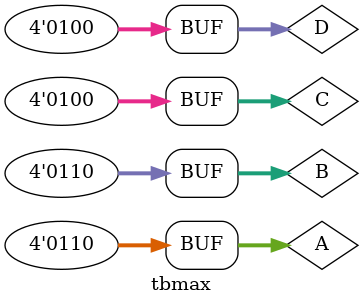
<source format=v>
 `timescale 1ns/1ns
module tbmax;
    reg [3:0] A, B, C, D;
    wire [7:0] max;
    max_block ut(A, B, C, D, max);

    initial begin
	A = 4'b1000;  B = 4'b0101;  C = 4'b0011; D = 4'b0110;    //A > B, C < D
	#100;
	A = 4'b0010;  B = 4'b1001;  C = 4'b0111; D = 4'b1100;   //A < B, C > D
	#100;
	A = 4'b0110;  B = 4'b0110;  C = 4'b0100; D = 4'b0100;    //A = B, C = D
	#100;
    end
endmodule

</source>
